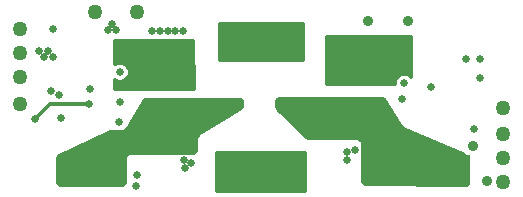
<source format=gbr>
G04 #@! TF.GenerationSoftware,KiCad,Pcbnew,(5.0.0)*
G04 #@! TF.CreationDate,2021-01-14T10:17:43-08:00*
G04 #@! TF.ProjectId,Buffer - Rev D,427566666572202D2052657620442E6B,rev?*
G04 #@! TF.SameCoordinates,Original*
G04 #@! TF.FileFunction,Copper,L4,Bot,Signal*
G04 #@! TF.FilePolarity,Positive*
%FSLAX46Y46*%
G04 Gerber Fmt 4.6, Leading zero omitted, Abs format (unit mm)*
G04 Created by KiCad (PCBNEW (5.0.0)) date 01/14/21 10:17:43*
%MOMM*%
%LPD*%
G01*
G04 APERTURE LIST*
G04 #@! TA.AperFunction,ComponentPad*
%ADD10C,1.270000*%
G04 #@! TD*
G04 #@! TA.AperFunction,SMDPad,CuDef*
%ADD11R,5.080000X2.540000*%
G04 #@! TD*
G04 #@! TA.AperFunction,ViaPad*
%ADD12C,0.635000*%
G04 #@! TD*
G04 #@! TA.AperFunction,ViaPad*
%ADD13C,0.889000*%
G04 #@! TD*
G04 #@! TA.AperFunction,Conductor*
%ADD14C,0.330200*%
G04 #@! TD*
G04 #@! TA.AperFunction,Conductor*
%ADD15C,0.254000*%
G04 #@! TD*
G04 APERTURE END LIST*
D10*
G04 #@! TO.P,TP2,1*
G04 #@! TO.N,/Vc2Neg*
X21096200Y12300000D03*
G04 #@! TD*
G04 #@! TO.P,TP2,1*
G04 #@! TO.N,/Vc2Neg*
X19750000Y12300000D03*
G04 #@! TD*
G04 #@! TO.P,TP1,1*
G04 #@! TO.N,/Vc2Neg*
X9906000Y15494000D03*
G04 #@! TD*
D11*
G04 #@! TO.P,TP8,1*
G04 #@! TO.N,/Vc2Neg*
X20434300Y13096900D03*
G04 #@! TD*
D10*
G04 #@! TO.P,TP2,1*
G04 #@! TO.N,/Vc2Neg*
X18415000Y12334900D03*
G04 #@! TD*
G04 #@! TO.P,TP2,1*
G04 #@! TO.N,/Vc2Neg*
X18415000Y13604900D03*
G04 #@! TD*
G04 #@! TO.P,TP2,1*
G04 #@! TO.N,/Vc2Neg*
X22415500Y12334900D03*
G04 #@! TD*
G04 #@! TO.P,TP2,1*
G04 #@! TO.N,/Vc2Neg*
X21082000Y13604900D03*
G04 #@! TD*
G04 #@! TO.P,TP2,1*
G04 #@! TO.N,/Vc2Neg*
X22415500Y13604900D03*
G04 #@! TD*
G04 #@! TO.P,TP2,1*
G04 #@! TO.N,/Vc2Neg*
X19748500Y13604900D03*
G04 #@! TD*
G04 #@! TO.P,TP2,1*
G04 #@! TO.N,/Vc2Pos*
X21082000Y1397000D03*
G04 #@! TD*
G04 #@! TO.P,TP2,1*
G04 #@! TO.N,/Vc2Pos*
X22415500Y1397000D03*
G04 #@! TD*
G04 #@! TO.P,TP2,1*
G04 #@! TO.N,/LfNeg*
X8064500Y1397000D03*
G04 #@! TD*
G04 #@! TO.P,TP2,1*
G04 #@! TO.N,/CfNeg*
X37528500Y1320800D03*
G04 #@! TD*
G04 #@! TO.P,TP2,1*
G04 #@! TO.N,/CfNeg*
X36195000Y1397000D03*
G04 #@! TD*
G04 #@! TO.P,TP2,1*
G04 #@! TO.N,/CfNeg*
X33528000Y2667000D03*
G04 #@! TD*
G04 #@! TO.P,TP2,1*
G04 #@! TO.N,/CfNeg*
X33528000Y1397000D03*
G04 #@! TD*
G04 #@! TO.P,TP2,1*
G04 #@! TO.N,/CfNeg*
X36195000Y2667000D03*
G04 #@! TD*
G04 #@! TO.P,TP2,1*
G04 #@! TO.N,/CfNeg*
X34861500Y2667000D03*
G04 #@! TD*
G04 #@! TO.P,TP2,1*
G04 #@! TO.N,/CfNeg*
X34861500Y1397000D03*
G04 #@! TD*
G04 #@! TO.P,TP2,1*
G04 #@! TO.N,/CfNeg*
X37528500Y2667000D03*
G04 #@! TD*
G04 #@! TO.P,TP11,1*
G04 #@! TO.N,/PWM2*
X40894000Y7366000D03*
G04 #@! TD*
G04 #@! TO.P,TP2,1*
G04 #@! TO.N,/Vc2Pos*
X19748500Y1397000D03*
G04 #@! TD*
G04 #@! TO.P,TP2,1*
G04 #@! TO.N,/Vc2Pos*
X18415000Y1397000D03*
G04 #@! TD*
G04 #@! TO.P,TP2,1*
G04 #@! TO.N,/Vc2Pos*
X22415500Y2667000D03*
G04 #@! TD*
G04 #@! TO.P,TP2,1*
G04 #@! TO.N,/Vc2Pos*
X21082000Y2667000D03*
G04 #@! TD*
G04 #@! TO.P,TP2,1*
G04 #@! TO.N,/Vc2Pos*
X19748500Y2667000D03*
G04 #@! TD*
G04 #@! TO.P,TP2,1*
G04 #@! TO.N,/Vc2Pos*
X18415000Y2667000D03*
G04 #@! TD*
G04 #@! TO.P,TP2,1*
G04 #@! TO.N,/LfNeg*
X6731000Y2667000D03*
G04 #@! TD*
G04 #@! TO.P,TP2,1*
G04 #@! TO.N,/LfNeg*
X5397500Y2667000D03*
G04 #@! TD*
G04 #@! TO.P,TP2,1*
G04 #@! TO.N,/LfNeg*
X8064500Y2667000D03*
G04 #@! TD*
G04 #@! TO.P,TP2,1*
G04 #@! TO.N,/LfNeg*
X6731000Y1397000D03*
G04 #@! TD*
G04 #@! TO.P,TP2,1*
G04 #@! TO.N,/LfNeg*
X5397500Y1397000D03*
G04 #@! TD*
G04 #@! TO.P,TP2,1*
G04 #@! TO.N,/LfNeg*
X4064000Y2667000D03*
G04 #@! TD*
G04 #@! TO.P,TP2,1*
G04 #@! TO.N,/LfNeg*
X4064000Y1397000D03*
G04 #@! TD*
D11*
G04 #@! TO.P,TP12,1*
G04 #@! TO.N,/LfNeg*
X6350000Y2159000D03*
G04 #@! TD*
G04 #@! TO.P,TP13,1*
G04 #@! TO.N,/CfNeg*
X35560000Y2159000D03*
G04 #@! TD*
D10*
G04 #@! TO.P,TP15,1*
G04 #@! TO.N,/5.5V_Iso*
X6350000Y15494000D03*
G04 #@! TD*
G04 #@! TO.P,TP17,1*
G04 #@! TO.N,/5V*
X0Y14097000D03*
G04 #@! TD*
G04 #@! TO.P,TP5,1*
G04 #@! TO.N,/GNDI*
X40894000Y3175000D03*
G04 #@! TD*
G04 #@! TO.P,TP9,1*
G04 #@! TO.N,/EnableL2*
X40894000Y5207000D03*
G04 #@! TD*
G04 #@! TO.P,TP6,1*
G04 #@! TO.N,/EnableL1*
X0Y7731000D03*
G04 #@! TD*
G04 #@! TO.P,TP4,1*
G04 #@! TO.N,/5V*
X40894000Y1143000D03*
G04 #@! TD*
G04 #@! TO.P,TP3,1*
G04 #@! TO.N,/GNDI*
X0Y12065000D03*
G04 #@! TD*
G04 #@! TO.P,TP2,1*
G04 #@! TO.N,/PWMA1*
X0Y10033000D03*
G04 #@! TD*
D11*
G04 #@! TO.P,TP7,1*
G04 #@! TO.N,/Vc2Pos*
X20434300Y2159000D03*
G04 #@! TD*
D12*
G04 #@! TO.N,/GNDI*
X38912800Y11531600D03*
X3276600Y8500000D03*
X2600000Y8813800D03*
X38921000Y9956800D03*
D13*
X38328600Y4216400D03*
D12*
X1651000Y12192000D03*
X2794000Y11684000D03*
X2032000Y11684000D03*
X2413000Y12192000D03*
X5948920Y9017000D03*
G04 #@! TO.N,/VDDB1*
X9880600Y1752600D03*
X9855200Y787400D03*
X8483600Y7874000D03*
D13*
G04 #@! TO.N,/CfNeg*
X23266400Y7874000D03*
X26162000Y7874000D03*
X25196800Y7874000D03*
X24231600Y7874000D03*
X22301200Y7874000D03*
D12*
X28384500Y3873500D03*
X27724100Y3708400D03*
X32385000Y8128000D03*
X27673300Y3009900D03*
D13*
G04 #@! TO.N,/5V*
X39547800Y1193800D03*
D12*
X2768600Y14122400D03*
X3454400Y6578600D03*
X37795200Y11506200D03*
D13*
G04 #@! TO.N,/5.5V_Iso*
X32816800Y14744700D03*
D12*
X8432800Y10464800D03*
X8138160Y13975080D03*
X7818120Y14523720D03*
X7487920Y13975080D03*
D13*
X29500000Y14750000D03*
D12*
X32512000Y9525000D03*
D13*
G04 #@! TO.N,/LfNeg*
X16319500Y7823200D03*
X14389100Y7823200D03*
X18249900Y7823200D03*
X17284700Y7823200D03*
X15354300Y7823200D03*
D12*
X13855700Y2984500D03*
X14478000Y2768600D03*
X13944600Y2311400D03*
X8407402Y6197600D03*
G04 #@! TO.N,/Vc2Neg*
X12499915Y13906500D03*
X13157200Y13919200D03*
X13817600Y13919200D03*
X30693185Y11791941D03*
X31496000Y11791941D03*
X27114500Y13208000D03*
X27432000Y12573000D03*
X26479500Y12954000D03*
X8382000Y9398000D03*
X13614400Y9258300D03*
X12954000Y9283700D03*
X11849100Y13919200D03*
X11201400Y13919200D03*
X9740900Y12077700D03*
X10261600Y11582400D03*
G04 #@! TO.N,/Enable1*
X1270000Y6477000D03*
X5841997Y7747003D03*
G04 #@! TO.N,/Enable2*
X38481000Y5588000D03*
X34798000Y9144000D03*
G04 #@! TD*
D14*
G04 #@! TO.N,/LfNeg*
X6350000Y2832100D02*
X6515100Y2832100D01*
G04 #@! TO.N,/Enable1*
X5392985Y7747003D02*
X5841997Y7747003D01*
X2540003Y7747003D02*
X5392985Y7747003D01*
X1270000Y6477000D02*
X2540003Y7747003D01*
G04 #@! TD*
D15*
G04 #@! TO.N,/LfNeg*
G36*
X18732364Y8114023D02*
X18796000Y7961038D01*
X18796000Y7576231D01*
X18677397Y7363712D01*
X15097046Y5155054D01*
X15052562Y5108382D01*
X14901768Y4835448D01*
X14885935Y4772947D01*
X14894151Y3811632D01*
X14831635Y3657927D01*
X14678470Y3594100D01*
X9345713Y3594100D01*
X9297250Y3584490D01*
X9073271Y3492023D01*
X9032037Y3464541D01*
X9004573Y3423647D01*
X8911055Y3200105D01*
X8901217Y3151687D01*
X8891603Y1103789D01*
X8828040Y951850D01*
X8675802Y889000D01*
X3390763Y889000D01*
X3238196Y952196D01*
X3175000Y1104763D01*
X3175000Y3209758D01*
X3209011Y3326972D01*
X3300478Y3407777D01*
X7597134Y5436754D01*
X7705262Y5461000D01*
X8657957Y5461000D01*
X8720918Y5477705D01*
X8994314Y5633771D01*
X9040711Y5679492D01*
X10414812Y8006599D01*
X10628236Y8129277D01*
X18579004Y8176744D01*
X18732364Y8114023D01*
X18732364Y8114023D01*
G37*
X18732364Y8114023D02*
X18796000Y7961038D01*
X18796000Y7576231D01*
X18677397Y7363712D01*
X15097046Y5155054D01*
X15052562Y5108382D01*
X14901768Y4835448D01*
X14885935Y4772947D01*
X14894151Y3811632D01*
X14831635Y3657927D01*
X14678470Y3594100D01*
X9345713Y3594100D01*
X9297250Y3584490D01*
X9073271Y3492023D01*
X9032037Y3464541D01*
X9004573Y3423647D01*
X8911055Y3200105D01*
X8901217Y3151687D01*
X8891603Y1103789D01*
X8828040Y951850D01*
X8675802Y889000D01*
X3390763Y889000D01*
X3238196Y952196D01*
X3175000Y1104763D01*
X3175000Y3209758D01*
X3209011Y3326972D01*
X3300478Y3407777D01*
X7597134Y5436754D01*
X7705262Y5461000D01*
X8657957Y5461000D01*
X8720918Y5477705D01*
X8994314Y5633771D01*
X9040711Y5679492D01*
X10414812Y8006599D01*
X10628236Y8129277D01*
X18579004Y8176744D01*
X18732364Y8114023D01*
G04 #@! TO.N,/CfNeg*
G36*
X30861800Y8133822D02*
X32222792Y5865503D01*
X32248435Y5834943D01*
X32397190Y5705798D01*
X32431050Y5684700D01*
X37454790Y3563566D01*
X37717112Y3301244D01*
X37973000Y3195252D01*
X37973000Y1108457D01*
X37908992Y955122D01*
X37754960Y892804D01*
X29207585Y986861D01*
X29056486Y1050914D01*
X28994100Y1202706D01*
X28994100Y4381500D01*
X28984433Y4430101D01*
X28891439Y4654607D01*
X28863908Y4695809D01*
X28822707Y4723339D01*
X28598201Y4816333D01*
X28549600Y4826000D01*
X24413776Y4826000D01*
X24235947Y4899659D01*
X21790659Y7344947D01*
X21717000Y7522776D01*
X21717000Y8039237D01*
X21780196Y8191804D01*
X21932763Y8255000D01*
X30647778Y8255000D01*
X30861800Y8133822D01*
X30861800Y8133822D01*
G37*
X30861800Y8133822D02*
X32222792Y5865503D01*
X32248435Y5834943D01*
X32397190Y5705798D01*
X32431050Y5684700D01*
X37454790Y3563566D01*
X37717112Y3301244D01*
X37973000Y3195252D01*
X37973000Y1108457D01*
X37908992Y955122D01*
X37754960Y892804D01*
X29207585Y986861D01*
X29056486Y1050914D01*
X28994100Y1202706D01*
X28994100Y4381500D01*
X28984433Y4430101D01*
X28891439Y4654607D01*
X28863908Y4695809D01*
X28822707Y4723339D01*
X28598201Y4816333D01*
X28549600Y4826000D01*
X24413776Y4826000D01*
X24235947Y4899659D01*
X21790659Y7344947D01*
X21717000Y7522776D01*
X21717000Y8039237D01*
X21780196Y8191804D01*
X21932763Y8255000D01*
X30647778Y8255000D01*
X30861800Y8133822D01*
G04 #@! TO.N,/Vc2Neg*
G36*
X24003000Y11430438D02*
X16891000Y11454963D01*
X16891000Y14605000D01*
X24003000Y14605000D01*
X24003000Y11430438D01*
X24003000Y11430438D01*
G37*
X24003000Y11430438D02*
X16891000Y11454963D01*
X16891000Y14605000D01*
X24003000Y14605000D01*
X24003000Y11430438D01*
G04 #@! TO.N,/Vc2Pos*
G36*
X24130000Y381000D02*
X16637000Y381000D01*
X16637000Y3683000D01*
X24130000Y3683000D01*
X24130000Y381000D01*
X24130000Y381000D01*
G37*
X24130000Y381000D02*
X16637000Y381000D01*
X16637000Y3683000D01*
X24130000Y3683000D01*
X24130000Y381000D01*
G04 #@! TO.N,/Vc2Neg*
G36*
X14693532Y9017000D02*
X8001000Y9017000D01*
X8001000Y9805128D01*
X8278703Y9690100D01*
X8586897Y9690100D01*
X8871632Y9808041D01*
X9089559Y10025968D01*
X9207500Y10310703D01*
X9207500Y10618897D01*
X9089559Y10903632D01*
X8871632Y11121559D01*
X8586897Y11239500D01*
X8278703Y11239500D01*
X8001000Y11124472D01*
X8001000Y13144500D01*
X14681568Y13144500D01*
X14693532Y9017000D01*
X14693532Y9017000D01*
G37*
X14693532Y9017000D02*
X8001000Y9017000D01*
X8001000Y9805128D01*
X8278703Y9690100D01*
X8586897Y9690100D01*
X8871632Y9808041D01*
X9089559Y10025968D01*
X9207500Y10310703D01*
X9207500Y10618897D01*
X9089559Y10903632D01*
X8871632Y11121559D01*
X8586897Y11239500D01*
X8278703Y11239500D01*
X8001000Y11124472D01*
X8001000Y13144500D01*
X14681568Y13144500D01*
X14693532Y9017000D01*
G36*
X33147000Y9985591D02*
X32950832Y10181759D01*
X32666097Y10299700D01*
X32357903Y10299700D01*
X32073168Y10181759D01*
X31855241Y9963832D01*
X31737300Y9679097D01*
X31737300Y9398000D01*
X25908000Y9398000D01*
X25908000Y13487400D01*
X33147000Y13487400D01*
X33147000Y9985591D01*
X33147000Y9985591D01*
G37*
X33147000Y9985591D02*
X32950832Y10181759D01*
X32666097Y10299700D01*
X32357903Y10299700D01*
X32073168Y10181759D01*
X31855241Y9963832D01*
X31737300Y9679097D01*
X31737300Y9398000D01*
X25908000Y9398000D01*
X25908000Y13487400D01*
X33147000Y13487400D01*
X33147000Y9985591D01*
G04 #@! TD*
M02*

</source>
